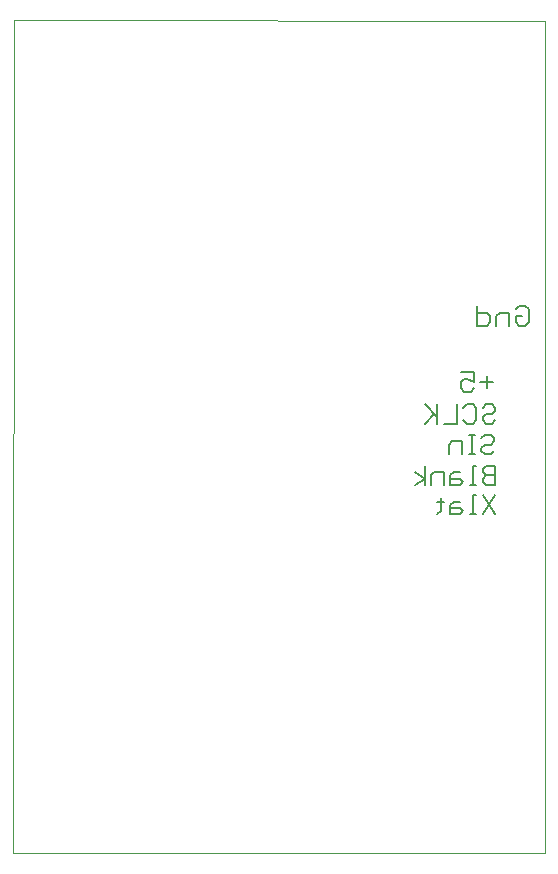
<source format=gbo>
G75*
G70*
%OFA0B0*%
%FSLAX24Y24*%
%IPPOS*%
%LPD*%
%AMOC8*
5,1,8,0,0,1.08239X$1,22.5*
%
%ADD10C,0.0000*%
%ADD11C,0.0060*%
D10*
X001415Y000100D02*
X001454Y027856D01*
X019132Y027844D01*
X019132Y000100D01*
X001415Y000100D01*
D11*
X014804Y012374D02*
X015124Y012588D01*
X014804Y012801D01*
X015124Y013015D02*
X015124Y012374D01*
X015341Y012374D02*
X015341Y012694D01*
X015448Y012801D01*
X015769Y012801D01*
X015769Y012374D01*
X015986Y012374D02*
X015986Y012694D01*
X016093Y012801D01*
X016306Y012801D01*
X016306Y012588D02*
X015986Y012588D01*
X015986Y012374D02*
X016306Y012374D01*
X016413Y012481D01*
X016306Y012588D01*
X016629Y012374D02*
X016843Y012374D01*
X016736Y012374D02*
X016736Y013015D01*
X016843Y013015D01*
X017060Y012908D02*
X017060Y012801D01*
X017167Y012694D01*
X017487Y012694D01*
X017487Y012374D02*
X017167Y012374D01*
X017060Y012481D01*
X017060Y012588D01*
X017167Y012694D01*
X017060Y012908D02*
X017167Y013015D01*
X017487Y013015D01*
X017487Y012374D01*
X017487Y012030D02*
X017060Y011390D01*
X016843Y011390D02*
X016629Y011390D01*
X016736Y011390D02*
X016736Y012030D01*
X016843Y012030D01*
X017060Y012030D02*
X017487Y011390D01*
X016413Y011497D02*
X016306Y011603D01*
X015986Y011603D01*
X015986Y011710D02*
X015986Y011390D01*
X016306Y011390D01*
X016413Y011497D01*
X016306Y011817D02*
X016093Y011817D01*
X015986Y011710D01*
X015769Y011817D02*
X015555Y011817D01*
X015662Y011924D02*
X015662Y011497D01*
X015555Y011390D01*
X015947Y013398D02*
X015947Y013718D01*
X016053Y013825D01*
X016374Y013825D01*
X016374Y013398D01*
X016590Y013398D02*
X016803Y013398D01*
X016697Y013398D02*
X016697Y014038D01*
X016803Y014038D02*
X016590Y014038D01*
X016523Y014421D02*
X016416Y014528D01*
X016523Y014421D02*
X016736Y014421D01*
X016843Y014528D01*
X016843Y014955D01*
X016736Y015062D01*
X016523Y015062D01*
X016416Y014955D01*
X016198Y015062D02*
X016198Y014421D01*
X015771Y014421D01*
X015554Y014421D02*
X015554Y015062D01*
X015447Y014742D02*
X015127Y014421D01*
X015554Y014635D02*
X015127Y015062D01*
X016337Y015591D02*
X016444Y015484D01*
X016657Y015484D01*
X016764Y015591D01*
X016764Y015805D02*
X016551Y015911D01*
X016444Y015911D01*
X016337Y015805D01*
X016337Y015591D01*
X016764Y015805D02*
X016764Y016125D01*
X016337Y016125D01*
X016982Y015805D02*
X017409Y015805D01*
X017195Y016018D02*
X017195Y015591D01*
X017167Y015062D02*
X017381Y015062D01*
X017487Y014955D01*
X017487Y014848D01*
X017381Y014742D01*
X017167Y014742D01*
X017060Y014635D01*
X017060Y014528D01*
X017167Y014421D01*
X017381Y014421D01*
X017487Y014528D01*
X017341Y014038D02*
X017128Y014038D01*
X017021Y013932D01*
X017128Y013718D02*
X017021Y013611D01*
X017021Y013504D01*
X017128Y013398D01*
X017341Y013398D01*
X017448Y013504D01*
X017341Y013718D02*
X017128Y013718D01*
X017341Y013718D02*
X017448Y013825D01*
X017448Y013932D01*
X017341Y014038D01*
X017060Y014955D02*
X017167Y015062D01*
X017194Y017689D02*
X016874Y017689D01*
X016874Y018330D01*
X016874Y018116D02*
X017194Y018116D01*
X017301Y018009D01*
X017301Y017796D01*
X017194Y017689D01*
X017518Y017689D02*
X017518Y018009D01*
X017625Y018116D01*
X017945Y018116D01*
X017945Y017689D01*
X018163Y017796D02*
X018163Y018009D01*
X018376Y018009D01*
X018163Y017796D02*
X018269Y017689D01*
X018483Y017689D01*
X018590Y017796D01*
X018590Y018223D01*
X018483Y018330D01*
X018269Y018330D01*
X018163Y018223D01*
M02*

</source>
